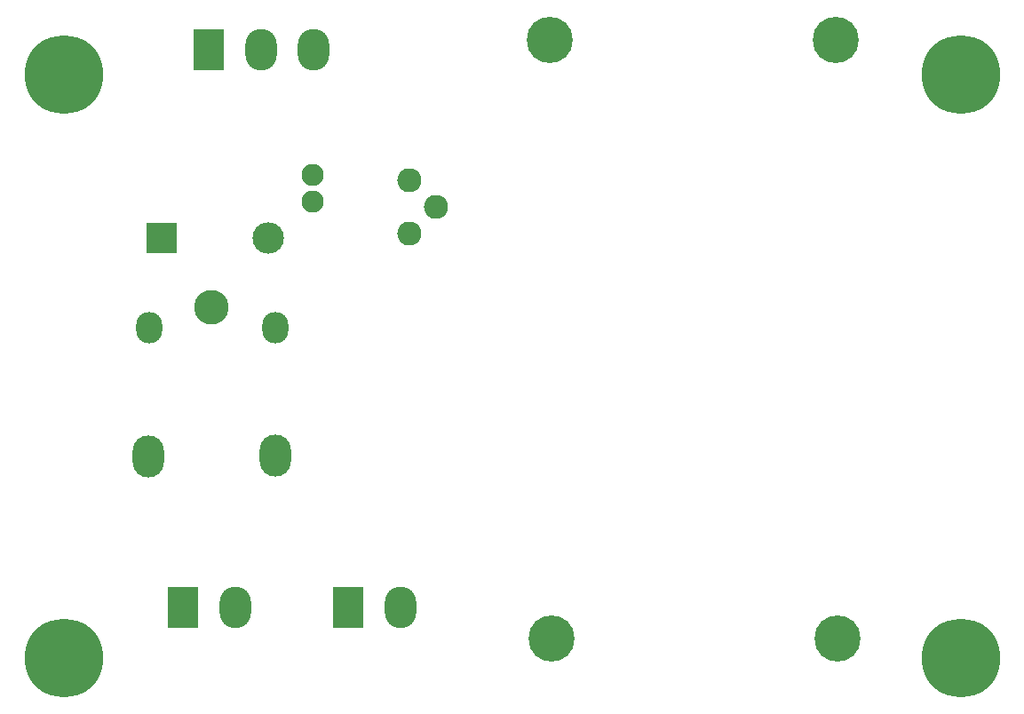
<source format=gbr>
%TF.GenerationSoftware,KiCad,Pcbnew,6.0.11+dfsg-1*%
%TF.CreationDate,2023-05-10T20:08:44-05:00*%
%TF.ProjectId,lights_control_v2,6c696768-7473-45f6-936f-6e74726f6c5f,rev?*%
%TF.SameCoordinates,Original*%
%TF.FileFunction,Soldermask,Bot*%
%TF.FilePolarity,Negative*%
%FSLAX46Y46*%
G04 Gerber Fmt 4.6, Leading zero omitted, Abs format (unit mm)*
G04 Created by KiCad (PCBNEW 6.0.11+dfsg-1) date 2023-05-10 20:08:44*
%MOMM*%
%LPD*%
G01*
G04 APERTURE LIST*
%ADD10C,2.125000*%
%ADD11O,2.125000X2.125000*%
%ADD12O,2.300000X2.300000*%
%ADD13O,3.000000X3.000000*%
%ADD14R,3.000000X3.000000*%
%ADD15R,3.000000X3.960000*%
%ADD16O,3.000000X3.960000*%
%ADD17C,7.500000*%
%ADD18C,4.400000*%
%ADD19C,3.300000*%
%ADD20O,2.500000X3.000000*%
%ADD21O,3.000000X4.000000*%
G04 APERTURE END LIST*
D10*
%TO.C,R1*%
X122160000Y-68500000D03*
D11*
X122160000Y-71040000D03*
%TD*%
D12*
%TO.C,Q1*%
X131330000Y-69020000D03*
X133870000Y-71560000D03*
X131330000Y-74100000D03*
%TD*%
D13*
%TO.C,D1*%
X117880000Y-74460000D03*
D14*
X107720000Y-74460000D03*
%TD*%
D15*
%TO.C,J_LOAD1*%
X125500000Y-109700000D03*
D16*
X130500000Y-109700000D03*
%TD*%
D15*
%TO.C,J_LOAD2*%
X109735000Y-109700000D03*
D16*
X114735000Y-109700000D03*
%TD*%
D15*
%TO.C,J1*%
X112240000Y-56540000D03*
D16*
X117240000Y-56540000D03*
X122240000Y-56540000D03*
%TD*%
D17*
%TO.C,H4*%
X98400000Y-58900000D03*
%TD*%
D18*
%TO.C,H6*%
X144720000Y-55600000D03*
%TD*%
%TO.C,H5*%
X172200000Y-112700000D03*
%TD*%
D19*
%TO.C,K_LIGHTS1*%
X112500000Y-81100000D03*
D20*
X118550000Y-83050000D03*
D21*
X118550000Y-95250000D03*
X106500000Y-95300000D03*
D20*
X106550000Y-83050000D03*
%TD*%
D18*
%TO.C,H7*%
X172000000Y-55600000D03*
%TD*%
D17*
%TO.C,H2*%
X183900000Y-58900000D03*
%TD*%
%TO.C,H3*%
X183900000Y-114500000D03*
%TD*%
%TO.C,H1*%
X98400000Y-114500000D03*
%TD*%
D18*
%TO.C,H4*%
X144920000Y-112700000D03*
%TD*%
M02*

</source>
